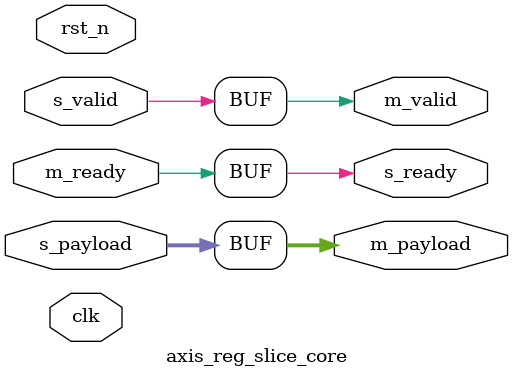
<source format=v>
`timescale 1ns / 1ps
/********************************************************************
±¾Ä£¿é: AXIS¼Ä´æÆ÷Æ¬(ºËÐÄ)

ÃèÊö:
s_payload -> (ºóÏò·´À¡µÄpayload) -> Ç°Ïò¼Ä´æÆ÷ -> m_payload
s_valid -> (ºóÏò·´À¡µÄvalid) -> Ç°Ïò¼Ä´æÆ÷ -> m_valid
s_ready <- ºóÏò¼Ä´æÆ÷ <- (Ç°Ïò·´À¡µÄready) <- m_ready

×¢Òâ£º
ÎÞ

Ð­Òé:
ÎÞ

×÷Õß: ³Â¼ÒÒ«
ÈÕÆÚ: 2024/03/27
********************************************************************/


module axis_reg_slice_core #(
    parameter forward_registered = "false", // ÊÇ·ñÊ¹ÄÜÇ°Ïò¼Ä´æÆ÷
    parameter back_registered = "false", // ÊÇ·ñÊ¹ÄÜºóÏò¼Ä´æÆ÷
    parameter payload_width = 32, // ¸ºÔØÎ»¿í
    parameter real simulation_delay = 0 // ·ÂÕæÑÓÊ±
)(
    // Ê±ÖÓºÍ¸´Î»
    input wire clk,
    input wire rst_n,

    // ´Ó»ú
    input wire[payload_width-1:0] s_payload,
    input wire s_valid,
    output wire s_ready,
    
    // Ö÷»ú
    output wire[payload_width-1:0] m_payload,
    output wire m_valid,
    input wire m_ready
);

    generate
        if((forward_registered == "false") && (back_registered == "false"))
        begin
            // pass
            assign m_payload = s_payload;
            assign m_valid = s_valid;
            assign s_ready = m_ready;
        end
        else if((forward_registered == "true") && (back_registered == "false"))
        begin
            reg[payload_width-1:0] fwd_payload;
            reg fwd_valid;
            
            assign m_payload = fwd_payload;
            assign m_valid = fwd_valid;
            assign s_ready = (~m_valid) | m_ready;
            
            // Ç°Ïòpayload
            always @(posedge clk)
            begin
                if((~fwd_valid) | m_ready) 
                    # simulation_delay fwd_payload <= s_payload;
            end
            // Ç°Ïòvalid
            always @(posedge clk or negedge rst_n)
            begin
                if(~rst_n)
                    fwd_valid <= 1'b0;
                else
                begin
                    if(s_valid)
                        # simulation_delay fwd_valid <= 1'b1;
                    else if(m_ready) // (~s_valid) & m_ready
                        # simulation_delay fwd_valid <= 1'b0;
                end 
            end
        end
        else if((forward_registered == "false") && (back_registered == "true"))
        begin
            reg[payload_width-1:0] bwd_payload;
            reg bwd_ready;
            
            assign m_payload = s_ready ? s_payload:bwd_payload;
            assign m_valid = (~s_ready) | s_valid;
            assign s_ready = bwd_ready;
            
            // ºóÏòpayload
            always @(posedge clk)
            begin
                if(s_ready)
                    # simulation_delay bwd_payload <= s_payload;
            end
            // ºóÏòready
            always @(posedge clk or negedge rst_n)
            begin
                if(~rst_n)
                    bwd_ready <= 1'b1;
                else if(m_ready)
                    # simulation_delay bwd_ready <= 1'b1;
                else if(s_valid) // (~m_ready) & s_valid
                    # simulation_delay bwd_ready <= 1'b0;
            end
        end
        else
        begin
            reg[payload_width-1:0] fwd_payload;
            reg fwd_valid;
            wire fwd_ready_to_s;
            
            reg[payload_width-1:0] bwd_payload;
            wire[payload_width-1:0] bwd_payload_to_s;
            wire bwd_valid_to_s;
            reg bwd_ready;
            
            assign m_payload = fwd_payload;
            assign m_valid = fwd_valid;
            assign s_ready = bwd_ready;
            
            assign fwd_ready_to_s = (~fwd_valid) | m_ready; // Ç°Ïò·´À¡¸øºóÏòµÄready
            assign bwd_payload_to_s = bwd_ready ? s_payload:bwd_payload; // ºóÏò·´À¡¸øÇ°ÏòµÄpayload
            assign bwd_valid_to_s = (~bwd_ready) | s_valid; // ºóÏò·´À¡¸øÇ°ÏòµÄvalid
            
            // Ç°Ïòpayload
            always @(posedge clk)
            begin
                if((~fwd_valid) | m_ready) 
                    # simulation_delay fwd_payload <= bwd_payload_to_s;
            end
            // Ç°Ïòvalid
            always @(posedge clk or negedge rst_n)
            begin
                if(~rst_n)
                    fwd_valid <= 1'b0;
                else
                begin
                    if(bwd_valid_to_s)
                        # simulation_delay fwd_valid <= 1'b1;
                    else if(m_ready) // (~bwd_valid_to_s) & m_ready
                        # simulation_delay fwd_valid <= 1'b0;
                end 
            end
            
            // ºóÏòpayload
            always @(posedge clk)
            begin
                if(bwd_ready)
                    # simulation_delay bwd_payload <= s_payload;
            end
            // ºóÏòready
            always @(posedge clk or negedge rst_n)
            begin
                if(~rst_n)
                    bwd_ready <= 1'b1;
                else if(fwd_ready_to_s)
                    # simulation_delay bwd_ready <= 1'b1;
                else if(s_valid) // (~fwd_ready_to_s) & s_valid
                    # simulation_delay bwd_ready <= 1'b0;
            end
        end
    endgenerate

endmodule

</source>
